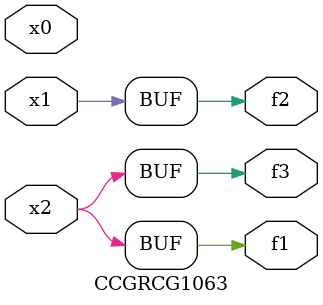
<source format=v>
module CCGRCG1063(
	input x0, x1, x2,
	output f1, f2, f3
);
	assign f1 = x2;
	assign f2 = x1;
	assign f3 = x2;
endmodule

</source>
